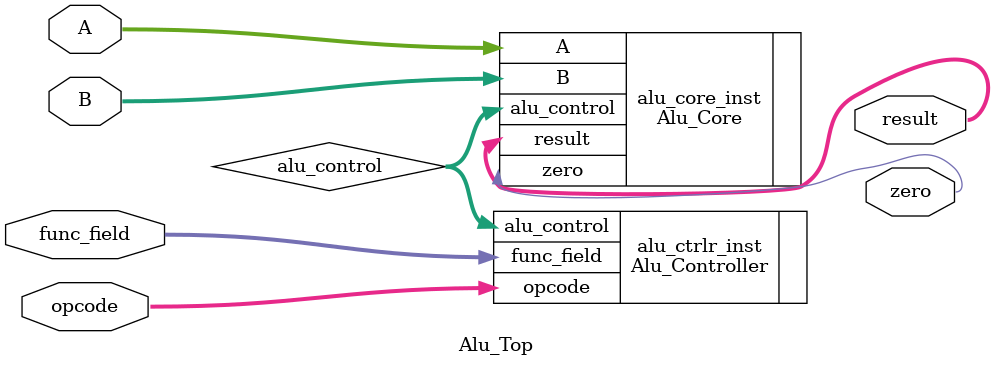
<source format=v>
`timescale 1ns / 1ps
module Alu_Top(
	opcode,
	func_field,
	A,
	B,
	result,
	zero
    );

input [5:0] opcode;
input [5:0] func_field;
input [31:0] A;
input [31:0] B;
output [31:0] result;
output zero;
wire [2:0] alu_control;

Alu_Controller alu_ctrlr_inst (
.opcode (opcode),
.func_field (func_field),
.alu_control (alu_control)
);

Alu_Core alu_core_inst (
.A (A),
.B (B),
.alu_control (alu_control),
.result (result),
.zero (zero)
);

endmodule

</source>
